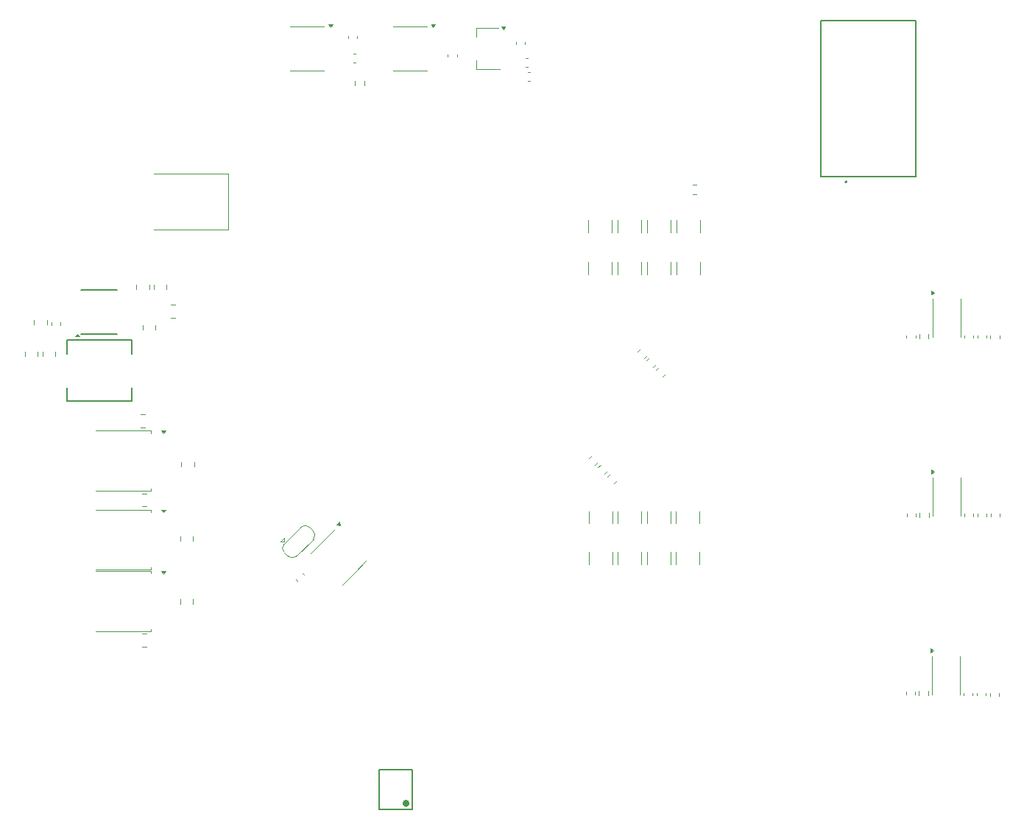
<source format=gbr>
%TF.GenerationSoftware,KiCad,Pcbnew,8.0.4*%
%TF.CreationDate,2024-10-18T00:11:30-06:00*%
%TF.ProjectId,Motor Controller,4d6f746f-7220-4436-9f6e-74726f6c6c65,Mk. 1*%
%TF.SameCoordinates,Original*%
%TF.FileFunction,Legend,Bot*%
%TF.FilePolarity,Positive*%
%FSLAX46Y46*%
G04 Gerber Fmt 4.6, Leading zero omitted, Abs format (unit mm)*
G04 Created by KiCad (PCBNEW 8.0.4) date 2024-10-18 00:11:30*
%MOMM*%
%LPD*%
G01*
G04 APERTURE LIST*
%ADD10C,0.120000*%
%ADD11C,0.150000*%
%ADD12C,0.127000*%
%ADD13C,0.200000*%
%ADD14C,0.400000*%
G04 APERTURE END LIST*
D10*
%TO.C,R37*%
X201127500Y-90525242D02*
X201127500Y-90999758D01*
X202172500Y-90525242D02*
X202172500Y-90999758D01*
%TO.C,C151*%
X129420552Y-118709317D02*
X129619363Y-118908128D01*
X130141801Y-117988068D02*
X130340612Y-118186879D01*
%TO.C,R106*%
X115502064Y-88585000D02*
X115047936Y-88585000D01*
X115502064Y-87115000D02*
X115047936Y-87115000D01*
%TO.C,U12*%
X202815000Y-106300000D02*
X202485000Y-106540000D01*
X202485000Y-106060000D01*
X202815000Y-106300000D01*
G36*
X202815000Y-106300000D02*
G01*
X202485000Y-106540000D01*
X202485000Y-106060000D01*
X202815000Y-106300000D01*
G37*
X205860000Y-107000000D02*
X205860000Y-109200000D01*
X205860000Y-111400000D02*
X205860000Y-109200000D01*
X202640000Y-107000000D02*
X202640000Y-109200000D01*
X202640000Y-111400000D02*
X202640000Y-109200000D01*
%TO.C,U32*%
X104495000Y-90775000D02*
X104015000Y-90775000D01*
X104255000Y-90445000D01*
X104495000Y-90775000D01*
G36*
X104495000Y-90775000D02*
G01*
X104015000Y-90775000D01*
X104255000Y-90445000D01*
X104495000Y-90775000D01*
G37*
D11*
X108830000Y-90520000D02*
X104680000Y-90520000D01*
X108830000Y-85370000D02*
X104680000Y-85370000D01*
D10*
%TO.C,C96*%
X199665000Y-111440580D02*
X199665000Y-111159420D01*
X200685000Y-111440580D02*
X200685000Y-111159420D01*
D12*
%TO.C,L2*%
X103050000Y-98200000D02*
X110550000Y-98200000D01*
X110550000Y-96670000D02*
X110550000Y-98200000D01*
X103050000Y-96670000D02*
X103050000Y-98200000D01*
X110550000Y-92730000D02*
X110550000Y-91200000D01*
X103050000Y-91200000D02*
X110550000Y-91200000D01*
X103050000Y-92730000D02*
X103050000Y-91200000D01*
D10*
%TO.C,C166*%
X102335000Y-89440580D02*
X102335000Y-89159420D01*
X101315000Y-89440580D02*
X101315000Y-89159420D01*
%TO.C,C78*%
X199640000Y-90903080D02*
X199640000Y-90621920D01*
X200660000Y-90903080D02*
X200660000Y-90621920D01*
%TO.C,U4*%
X134466170Y-112497793D02*
X134063119Y-112434154D01*
X134402530Y-112094743D01*
X134466170Y-112497793D01*
G36*
X134466170Y-112497793D02*
G01*
X134063119Y-112434154D01*
X134402530Y-112094743D01*
X134466170Y-112497793D01*
G37*
X134731335Y-119339052D02*
X136110193Y-117960193D01*
X137489052Y-116581335D02*
X136110193Y-117960193D01*
X131110948Y-115718665D02*
X132489807Y-114339807D01*
X133868665Y-112960948D02*
X132489807Y-114339807D01*
%TO.C,R14*%
X175012742Y-73327500D02*
X175487258Y-73327500D01*
X175012742Y-74372500D02*
X175487258Y-74372500D01*
%TO.C,J22*%
X131427817Y-114086396D02*
X129447918Y-116066295D01*
X128493324Y-116030940D02*
X128069060Y-115606676D01*
X127609441Y-114369239D02*
X128033705Y-114369239D01*
X128033705Y-113944975D02*
X128033705Y-114369239D01*
X128033705Y-113944975D02*
X127609441Y-114369239D01*
X130968198Y-112707538D02*
X131392462Y-113131802D01*
X128033705Y-114652082D02*
X130013604Y-112672183D01*
X129483274Y-116030940D02*
G75*
G02*
X128493324Y-116030940I-494975J494973D01*
G01*
X128069060Y-115606676D02*
G75*
G02*
X128069060Y-114616726I494973J494975D01*
G01*
X131392462Y-113131802D02*
G75*
G02*
X131392462Y-114121752I-494975J-494975D01*
G01*
X129978248Y-112707538D02*
G75*
G02*
X130968198Y-112707538I494975J-494975D01*
G01*
%TO.C,C163*%
X113260000Y-89961252D02*
X113260000Y-89438748D01*
X111790000Y-89961252D02*
X111790000Y-89438748D01*
%TO.C,C75*%
X206315000Y-111159420D02*
X206315000Y-111440580D01*
X207335000Y-111159420D02*
X207335000Y-111440580D01*
%TO.C,U15*%
X202615000Y-90812500D02*
X202615000Y-88612500D01*
X202615000Y-86412500D02*
X202615000Y-88612500D01*
X205835000Y-90812500D02*
X205835000Y-88612500D01*
X205835000Y-86412500D02*
X205835000Y-88612500D01*
X202790000Y-85712500D02*
X202460000Y-85952500D01*
X202460000Y-85472500D01*
X202790000Y-85712500D01*
G36*
X202790000Y-85712500D02*
G01*
X202460000Y-85952500D01*
X202460000Y-85472500D01*
X202790000Y-85712500D01*
G37*
%TO.C,C150*%
X207790000Y-90646920D02*
X207790000Y-90928080D01*
X208810000Y-90646920D02*
X208810000Y-90928080D01*
%TO.C,FB10*%
X209290000Y-90950279D02*
X209290000Y-90624721D01*
X210310000Y-90950279D02*
X210310000Y-90624721D01*
%TO.C,FB14*%
X209315000Y-111462779D02*
X209315000Y-111137221D01*
X210335000Y-111462779D02*
X210335000Y-111137221D01*
%TO.C,C16*%
X206215000Y-131809420D02*
X206215000Y-132090580D01*
X207235000Y-131809420D02*
X207235000Y-132090580D01*
%TO.C,C167*%
X100760000Y-89361252D02*
X100760000Y-88838748D01*
X99290000Y-89361252D02*
X99290000Y-88838748D01*
%TO.C,C93*%
X207815000Y-111159420D02*
X207815000Y-111440580D01*
X208835000Y-111159420D02*
X208835000Y-111440580D01*
%TO.C,R104*%
X112537500Y-84842936D02*
X112537500Y-85297064D01*
X111067500Y-84842936D02*
X111067500Y-85297064D01*
D12*
%TO.C,J9*%
X189745000Y-54387500D02*
X200705000Y-54387500D01*
X200705000Y-54387500D02*
X200705000Y-72387500D01*
X189745000Y-72387500D02*
X189745000Y-54387500D01*
X200705000Y-72387500D02*
X189745000Y-72387500D01*
D13*
X192785000Y-72987500D02*
G75*
G02*
X192585000Y-72987500I-100000J0D01*
G01*
X192585000Y-72987500D02*
G75*
G02*
X192785000Y-72987500I100000J0D01*
G01*
D10*
%TO.C,R90*%
X114537500Y-85297064D02*
X114537500Y-84842936D01*
X113067500Y-85297064D02*
X113067500Y-84842936D01*
%TO.C,C164*%
X101760000Y-92538748D02*
X101760000Y-93061252D01*
X100290000Y-92538748D02*
X100290000Y-93061252D01*
%TO.C,U13*%
X202540000Y-132000000D02*
X202540000Y-129800000D01*
X202540000Y-127600000D02*
X202540000Y-129800000D01*
X205760000Y-132000000D02*
X205760000Y-129800000D01*
X205760000Y-127600000D02*
X205760000Y-129800000D01*
X202715000Y-126900000D02*
X202385000Y-127140000D01*
X202385000Y-126660000D01*
X202715000Y-126900000D01*
G36*
X202715000Y-126900000D02*
G01*
X202385000Y-127140000D01*
X202385000Y-126660000D01*
X202715000Y-126900000D01*
G37*
%TO.C,C2*%
X207715000Y-131809420D02*
X207715000Y-132090580D01*
X208735000Y-131809420D02*
X208735000Y-132090580D01*
%TO.C,C165*%
X99710000Y-92538748D02*
X99710000Y-93061252D01*
X98240000Y-92538748D02*
X98240000Y-93061252D01*
%TO.C,C17*%
X206290000Y-90646920D02*
X206290000Y-90928080D01*
X207310000Y-90646920D02*
X207310000Y-90928080D01*
%TO.C,R51*%
X201152500Y-111062742D02*
X201152500Y-111537258D01*
X202197500Y-111062742D02*
X202197500Y-111537258D01*
%TO.C,FB9*%
X209215000Y-132112779D02*
X209215000Y-131787221D01*
X210235000Y-132112779D02*
X210235000Y-131787221D01*
%TO.C,R43*%
X201052500Y-131562742D02*
X201052500Y-132037258D01*
X202097500Y-131562742D02*
X202097500Y-132037258D01*
%TO.C,C85*%
X199565000Y-131940580D02*
X199565000Y-131659420D01*
X200585000Y-131940580D02*
X200585000Y-131659420D01*
%TO.C,C184*%
X173201277Y-83611252D02*
X173201277Y-82188748D01*
X175921277Y-83611252D02*
X175921277Y-82188748D01*
%TO.C,C185*%
X173099792Y-110852597D02*
X173099792Y-112275101D01*
X175819792Y-110852597D02*
X175819792Y-112275101D01*
%TO.C,C186*%
X163099792Y-116975101D02*
X163099792Y-115552597D01*
X165819792Y-116975101D02*
X165819792Y-115552597D01*
%TO.C,C80*%
X166429849Y-83611252D02*
X166429849Y-82188748D01*
X169149849Y-83611252D02*
X169149849Y-82188748D01*
%TO.C,C70*%
X135415000Y-56435580D02*
X135415000Y-56154420D01*
X136435000Y-56435580D02*
X136435000Y-56154420D01*
%TO.C,C117*%
X116115000Y-121006248D02*
X116115000Y-121528752D01*
X117585000Y-121006248D02*
X117585000Y-121528752D01*
%TO.C,C112*%
X116115000Y-113756248D02*
X116115000Y-114278752D01*
X117585000Y-113756248D02*
X117585000Y-114278752D01*
%TO.C,C87*%
X166391519Y-110852597D02*
X166391519Y-112275101D01*
X169111519Y-110852597D02*
X169111519Y-112275101D01*
%TO.C,C111*%
X112036252Y-101210000D02*
X111513748Y-101210000D01*
X112036252Y-99740000D02*
X111513748Y-99740000D01*
%TO.C,C120*%
X112211252Y-126452500D02*
X111688748Y-126452500D01*
X112211252Y-124982500D02*
X111688748Y-124982500D01*
%TO.C,R47*%
X170812689Y-94626558D02*
X171148222Y-94291025D01*
X171551616Y-95365485D02*
X171887149Y-95029952D01*
%TO.C,C71*%
X136265580Y-58185000D02*
X135984420Y-58185000D01*
X136265580Y-59205000D02*
X135984420Y-59205000D01*
%TO.C,U31*%
X128750000Y-55085000D02*
X130700000Y-55085000D01*
X128750000Y-60205000D02*
X130700000Y-60205000D01*
X132650000Y-55085000D02*
X130700000Y-55085000D01*
X132650000Y-60205000D02*
X130700000Y-60205000D01*
X133400000Y-55180000D02*
X133160000Y-54850000D01*
X133640000Y-54850000D01*
X133400000Y-55180000D01*
G36*
X133400000Y-55180000D02*
G01*
X133160000Y-54850000D01*
X133640000Y-54850000D01*
X133400000Y-55180000D01*
G37*
%TO.C,R40*%
X164471608Y-105512866D02*
X164136075Y-105848399D01*
X165210535Y-106251793D02*
X164875002Y-106587326D01*
%TO.C,C171*%
X146890000Y-58580580D02*
X146890000Y-58299420D01*
X147910000Y-58580580D02*
X147910000Y-58299420D01*
%TO.C,U19*%
X114190000Y-111012500D02*
X113950000Y-110682500D01*
X114430000Y-110682500D01*
X114190000Y-111012500D01*
G36*
X114190000Y-111012500D02*
G01*
X113950000Y-110682500D01*
X114430000Y-110682500D01*
X114190000Y-111012500D01*
G37*
X112770000Y-117602500D02*
X106350000Y-117602500D01*
X112770000Y-117332500D02*
X112770000Y-117602500D01*
X112770000Y-110972500D02*
X112770000Y-110702500D01*
X112770000Y-110702500D02*
X106350000Y-110702500D01*
%TO.C,D2*%
X121600000Y-71987500D02*
X121600000Y-78487500D01*
X113090000Y-78487500D02*
X121600000Y-78487500D01*
X113090000Y-71987500D02*
X121600000Y-71987500D01*
%TO.C,R46*%
X163410948Y-104452206D02*
X163075415Y-104787739D01*
X164149875Y-105191133D02*
X163814342Y-105526666D01*
%TO.C,C183*%
X169815563Y-83611252D02*
X169815563Y-82188748D01*
X172535563Y-83611252D02*
X172535563Y-82188748D01*
%TO.C,U11*%
X140550000Y-55055000D02*
X142500000Y-55055000D01*
X140550000Y-60175000D02*
X142500000Y-60175000D01*
X144450000Y-55055000D02*
X142500000Y-55055000D01*
X144450000Y-60175000D02*
X142500000Y-60175000D01*
X145200000Y-55150000D02*
X144960000Y-54820000D01*
X145440000Y-54820000D01*
X145200000Y-55150000D01*
G36*
X145200000Y-55150000D02*
G01*
X144960000Y-54820000D01*
X145440000Y-54820000D01*
X145200000Y-55150000D01*
G37*
%TO.C,C169*%
X173099792Y-116975101D02*
X173099792Y-115552597D01*
X175819792Y-116975101D02*
X175819792Y-115552597D01*
%TO.C,U20*%
X114190000Y-118080000D02*
X113950000Y-117750000D01*
X114430000Y-117750000D01*
X114190000Y-118080000D01*
G36*
X114190000Y-118080000D02*
G01*
X113950000Y-117750000D01*
X114430000Y-117750000D01*
X114190000Y-118080000D01*
G37*
X112770000Y-124670000D02*
X106350000Y-124670000D01*
X112770000Y-124400000D02*
X112770000Y-124670000D01*
X112770000Y-118040000D02*
X112770000Y-117770000D01*
X112770000Y-117770000D02*
X106350000Y-117770000D01*
%TO.C,U18*%
X114190000Y-101927500D02*
X113950000Y-101597500D01*
X114430000Y-101597500D01*
X114190000Y-101927500D01*
G36*
X114190000Y-101927500D02*
G01*
X113950000Y-101597500D01*
X114430000Y-101597500D01*
X114190000Y-101927500D01*
G37*
X112770000Y-108517500D02*
X106350000Y-108517500D01*
X112770000Y-108247500D02*
X112770000Y-108517500D01*
X112770000Y-101887500D02*
X112770000Y-101617500D01*
X112770000Y-101617500D02*
X106350000Y-101617500D01*
%TO.C,R35*%
X168691368Y-92505238D02*
X169026901Y-92169705D01*
X169430295Y-93244165D02*
X169765828Y-92908632D01*
%TO.C,C149*%
X169819315Y-77388748D02*
X169819315Y-78811252D01*
X172539315Y-77388748D02*
X172539315Y-78811252D01*
%TO.C,C192*%
X169777233Y-110852597D02*
X169777233Y-112275101D01*
X172497233Y-110852597D02*
X172497233Y-112275101D01*
%TO.C,C148*%
X154715000Y-57115580D02*
X154715000Y-56834420D01*
X155735000Y-57115580D02*
X155735000Y-56834420D01*
%TO.C,C193*%
X163044135Y-83611252D02*
X163044135Y-82188748D01*
X165764135Y-83611252D02*
X165764135Y-82188748D01*
D14*
%TO.C,U16*%
X142270000Y-144475000D02*
G75*
G02*
X141870000Y-144475000I-200000J0D01*
G01*
X141870000Y-144475000D02*
G75*
G02*
X142270000Y-144475000I200000J0D01*
G01*
D13*
X142770000Y-145175000D02*
X138970000Y-145175000D01*
X142770000Y-140575000D02*
X142770000Y-145175000D01*
X138970000Y-145175000D02*
X138970000Y-140575000D01*
X138970000Y-140575000D02*
X142770000Y-140575000D01*
D10*
%TO.C,R34*%
X165546124Y-106587382D02*
X165210591Y-106922915D01*
X166285051Y-107326309D02*
X165949518Y-107661842D01*
%TO.C,C110*%
X116240000Y-105213748D02*
X116240000Y-105736252D01*
X117710000Y-105213748D02*
X117710000Y-105736252D01*
%TO.C,C189*%
X166433601Y-77388748D02*
X166433601Y-78811252D01*
X169153601Y-77388748D02*
X169153601Y-78811252D01*
%TO.C,C187*%
X166391519Y-116975101D02*
X166391519Y-115552597D01*
X169111519Y-116975101D02*
X169111519Y-115552597D01*
%TO.C,R88*%
X136202500Y-61362742D02*
X136202500Y-61837258D01*
X137247500Y-61362742D02*
X137247500Y-61837258D01*
%TO.C,C199*%
X156340580Y-60340000D02*
X156059420Y-60340000D01*
X156340580Y-61360000D02*
X156059420Y-61360000D01*
%TO.C,C168*%
X156115580Y-58740000D02*
X155834420Y-58740000D01*
X156115580Y-59760000D02*
X155834420Y-59760000D01*
%TO.C,U29*%
X150115000Y-55290000D02*
X150115000Y-56270000D01*
X150115000Y-55290000D02*
X152695000Y-55290000D01*
X150115000Y-60010000D02*
X150115000Y-59030000D01*
X152835000Y-60010000D02*
X150115000Y-60010000D01*
X153245000Y-55440000D02*
X153005000Y-55110000D01*
X153485000Y-55110000D01*
X153245000Y-55440000D01*
G36*
X153245000Y-55440000D02*
G01*
X153005000Y-55110000D01*
X153485000Y-55110000D01*
X153245000Y-55440000D01*
G37*
%TO.C,C114*%
X112261252Y-110335000D02*
X111738748Y-110335000D01*
X112261252Y-108865000D02*
X111738748Y-108865000D01*
%TO.C,R41*%
X169752029Y-93565898D02*
X170087562Y-93230365D01*
X170490956Y-94304825D02*
X170826489Y-93969292D01*
%TO.C,C172*%
X163084376Y-110852597D02*
X163084376Y-112275101D01*
X165804376Y-110852597D02*
X165804376Y-112275101D01*
%TO.C,C188*%
X169777233Y-116975101D02*
X169777233Y-115552597D01*
X172497233Y-116975101D02*
X172497233Y-115552597D01*
%TO.C,C197*%
X163047887Y-77388748D02*
X163047887Y-78811252D01*
X165767887Y-77388748D02*
X165767887Y-78811252D01*
%TO.C,C194*%
X173205033Y-77388748D02*
X173205033Y-78811252D01*
X175925033Y-77388748D02*
X175925033Y-78811252D01*
%TD*%
M02*

</source>
